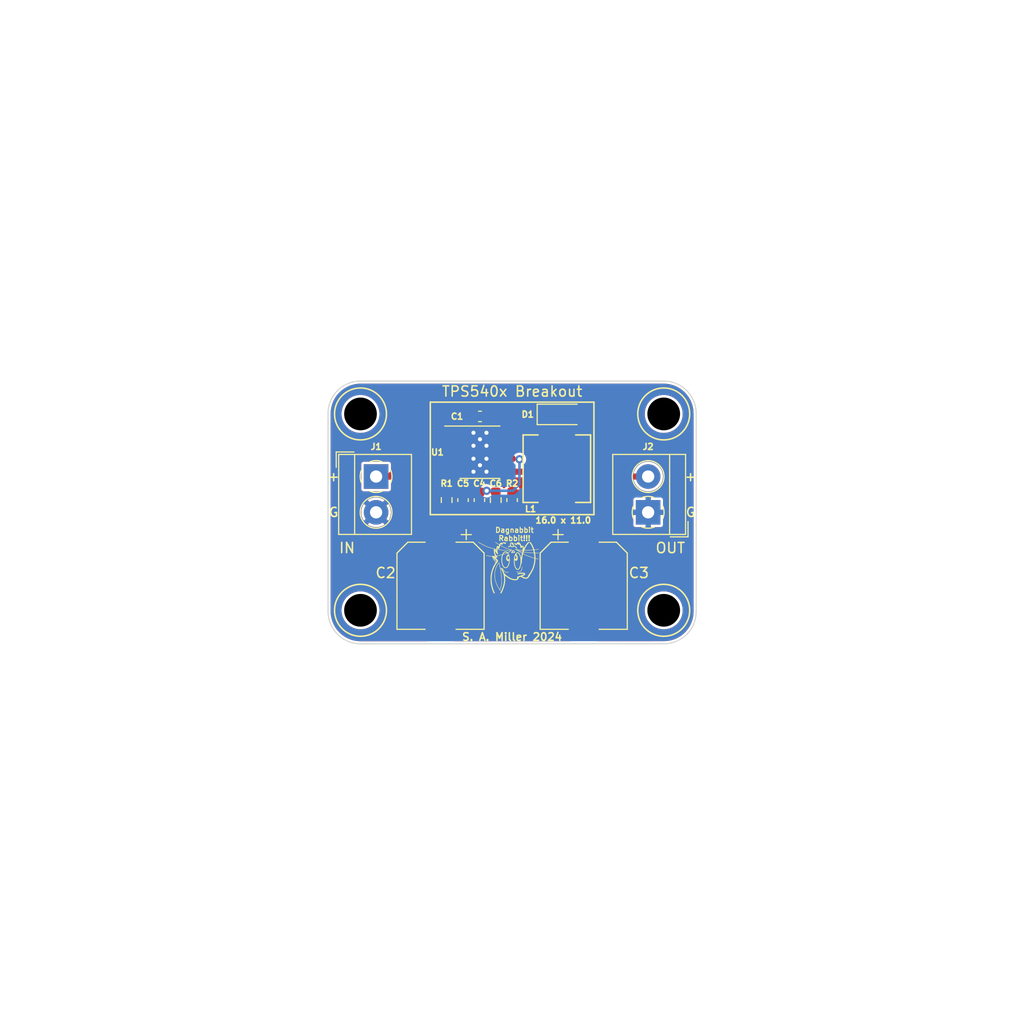
<source format=kicad_pcb>
(kicad_pcb (version 20211014) (generator pcbnew)
  (layers (0 "F.Cu" signal) (31 "B.Cu" signal) (34 "B.Paste" user) (35 "F.Paste" user) (36 "B.SilkS" user "B.Silkscreen") (37 "F.SilkS" user "F.Silkscreen") (38 "B.Mask" user) (39 "F.Mask" user) (44 "Edge.Cuts" user))
  (net 0 "")
  (net 1 "Net-(C1-Pad1)")
  (net 2 "Net-(C1-Pad2)")
  (net 3 "Vin")
  (net 4 "GND")
  (net 5 "Vout")
  (net 6 "Net-(C4-Pad1)")
  (net 7 "Net-(C5-Pad1)")
  (net 8 "Net-(C6-Pad1)")
  (net 9 "Net-(R1-Pad1)")
  (footprint "Diode_SMD:D_SOD-123" (layer "F.Cu") (at 104.7 90.445)
    (fp_text reference "D1" (at -3.175 0) (layer "F.SilkS") (effects (font (size 0.6 0.6))))
    (fp_text value "DSK24")
    (pad "1" smd rect (at -1.65 0) (size 0.9 1.2) (layers "F.Cu" "F.Paste" "F.Mask") (net 2 "Net-(C1-Pad2)"))
    (pad "2" smd rect (at 1.65 0) (size 0.9 1.2) (layers "F.Cu" "F.Paste" "F.Mask") (net 4 "GND"))
  )
  (footprint "TerminalBlock_4Ucon:TerminalBlock_4Ucon_1x02_P3.50mm_Horizontal" (layer "F.Cu") (at 113.3 100.02 90)
    (fp_text reference "J2" (at 6.42 0) (layer "F.SilkS") (effects (font (size 0.6 0.6))))
    (fp_text value "Output")
    (pad "1" thru_hole rect (at 0 0 90) (size 2.4 2.4) (drill 1.2) (layers *.Cu *.Mask) (net 4 "GND"))
    (pad "2" thru_hole circle (at 3.5 0 90) (size 2.4 2.4) (drill 1.2) (layers *.Cu *.Mask) (net 5 "Vout"))
  )
  (footprint "Tinker:Mount" (layer "F.Cu") (at 114.825 109.6)
    (fp_text reference "REF**" hide)
    (fp_text value "Mount" hide)
    (pad "" np_thru_hole circle (at 0 0) (size 3.2 3.2) (drill 3.2) (layers *.Mask))
  )
  (footprint "Capacitor_SMD:C_0603_1608Metric" (layer "F.Cu") (at 96.8567 90.645)
    (fp_text reference "C1" (at -2.2417 0) (layer "F.SilkS") (effects (font (size 0.6 0.6))))
    (fp_text value "0.1uF")
    (pad "1" smd roundrect (at -0.775 0) (size 0.9 0.95) (layers "F.Cu" "F.Paste" "F.Mask") (net 1 "Net-(C1-Pad1)"))
    (pad "2" smd roundrect (at 0.775 0) (size 0.9 0.95) (layers "F.Cu" "F.Paste" "F.Mask") (net 2 "Net-(C1-Pad2)"))
  )
  (footprint "Package_SO:SOIC-8_3.9x4.9mm_P1.27mm" (layer "F.Cu") (at 96.8567 94.145)
    (fp_text reference "U1" (at -4.1567 0) (layer "F.SilkS") (effects (font (size 0.6 0.6))))
    (fp_text value "TPS5403")
    (pad "1" smd roundrect (at -2.475 -1.905) (size 1.95 0.6) (layers "F.Cu" "F.Paste" "F.Mask") (net 1 "Net-(C1-Pad1)"))
    (pad "2" smd roundrect (at -2.475 -0.635) (size 1.95 0.6) (layers "F.Cu" "F.Paste" "F.Mask") (net 3 "Vin"))
    (pad "3" smd roundrect (at -2.475 0.635) (size 1.95 0.6) (layers "F.Cu" "F.Paste" "F.Mask") (net 9 "Net-(R1-Pad1)"))
    (pad "4" smd roundrect (at -2.475 1.905) (size 1.95 0.6) (layers "F.Cu" "F.Paste" "F.Mask") (net 7 "Net-(C5-Pad1)"))
    (pad "5" smd roundrect (at 2.475 1.905) (size 1.95 0.6) (layers "F.Cu" "F.Paste" "F.Mask") (net 5 "Vout"))
    (pad "6" smd roundrect (at 2.475 0.635) (size 1.95 0.6) (layers "F.Cu" "F.Paste" "F.Mask") (net 6 "Net-(C4-Pad1)"))
    (pad "7" smd roundrect (at 2.475 -0.635) (size 1.95 0.6) (layers "F.Cu" "F.Paste" "F.Mask") (net 4 "GND"))
    (pad "8" smd roundrect (at 2.475 -1.905) (size 1.95 0.6) (layers "F.Cu" "F.Paste" "F.Mask") (net 2 "Net-(C1-Pad2)"))
  )
  (footprint "Tinker:IND-SMD_L7.1-W6.6" (layer "F.Cu") (at 104.372882 95.753077 -90)
    (fp_text reference "L1" (at 3.941923 2.57) (layer "F.SilkS") (effects (font (size 0.6 0.6))))
    (fp_text value "L_Ferrite")
    (pad "1" smd rect (at -2.91 0 270) (size 2.15 3.32) (layers "F.Cu" "F.Paste" "F.Mask") (net 2 "Net-(C1-Pad2)"))
    (pad "2" smd rect (at 2.91 0 270) (size 2.15 3.32) (layers "F.Cu" "F.Paste" "F.Mask") (net 5 "Vout"))
  )
  (footprint "Tinker:Mount" (layer "F.Cu") (at 85.175 90.4)
    (fp_text reference "REF**" hide)
    (fp_text value "Mount" hide)
    (pad "" np_thru_hole circle (at 0 0) (size 3.2 3.2) (drill 3.2) (layers *.Mask))
  )
  (footprint "Capacitor_SMD:C_0603_1608Metric" (layer "F.Cu") (at 100 98.825 90)
    (fp_text reference "C6" (at 1.625 -1.6) (layer "F.SilkS") (effects (font (size 0.6 0.6))))
    (fp_text value "2.2nF")
    (pad "1" smd roundrect (at -0.775 0 90) (size 0.9 0.95) (layers "F.Cu" "F.Paste" "F.Mask") (net 8 "Net-(C6-Pad1)"))
    (pad "2" smd roundrect (at 0.775 0 90) (size 0.9 0.95) (layers "F.Cu" "F.Paste" "F.Mask") (net 4 "GND"))
  )
  (footprint "Resistor_SMD:R_0603_1608Metric" (layer "F.Cu") (at 98.4 98.825 -90)
    (fp_text reference "R2" (at -1.625 -1.6) (layer "F.SilkS") (effects (font (size 0.6 0.6))))
    (fp_text value "47K")
    (pad "1" smd roundrect (at -0.825 0 270) (size 0.8 0.95) (layers "F.Cu" "F.Paste" "F.Mask") (net 6 "Net-(C4-Pad1)"))
    (pad "2" smd roundrect (at 0.825 0 270) (size 0.8 0.95) (layers "F.Cu" "F.Paste" "F.Mask") (net 8 "Net-(C6-Pad1)"))
  )
  (footprint "Tinker:Mount" (layer "F.Cu") (at 85.175 109.6)
    (fp_text reference "REF**" hide)
    (fp_text value "Mount" hide)
    (pad "" np_thru_hole circle (at 0 0) (size 3.2 3.2) (drill 3.2) (layers *.Mask))
  )
  (footprint "Capacitor_SMD:CP_Elec_8x10" (layer "F.Cu") (at 107 107.2 -90)
    (fp_text reference "C3" (at -1.255 -5.395 180) (layer "F.SilkS"))
    (fp_text value "330uF")
    (pad "1" smd roundrect (at -3.25 0 270) (size 3.5 2.5) (layers "F.Cu" "F.Paste" "F.Mask") (roundrect_rratio 0.1) (net 5 "Vout"))
    (pad "2" smd roundrect (at 3.25 0 270) (size 3.5 2.5) (layers "F.Cu" "F.Paste" "F.Mask") (roundrect_rratio 0.1) (net 4 "GND"))
  )
  (footprint "Tinker:DagNabbit" (layer "F.Cu") (at 99.9 104.8 180)
    (fp_text reference "REF**" hide)
    (fp_text value "DagNabbit" hide)
    (fp_text user "Dagnabbit\nRabbit!!!" (at -0.331667 2.64) (layer "F.SilkS") (effects (font (size 0.5 0.5) (thickness 0.1))))
  )
  (footprint "Capacitor_SMD:C_0603_1608Metric" (layer "F.Cu") (at 96.8 98.825 -90)
    (fp_text reference "C4" (at -1.625 0) (layer "F.SilkS") (effects (font (size 0.6 0.6))))
    (fp_text value "100pF")
    (pad "1" smd roundrect (at -0.775 0 270) (size 0.9 0.95) (layers "F.Cu" "F.Paste" "F.Mask") (net 6 "Net-(C4-Pad1)"))
    (pad "2" smd roundrect (at 0.775 0 270) (size 0.9 0.95) (layers "F.Cu" "F.Paste" "F.Mask") (net 4 "GND"))
  )
  (footprint "Capacitor_SMD:CP_Elec_8x10" (layer "F.Cu") (at 93 107.2 -90)
    (fp_text reference "C2" (at -1.255 5.37 180) (layer "F.SilkS"))
    (fp_text value "330uF")
    (pad "1" smd roundrect (at -3.25 0 270) (size 3.5 2.5) (layers "F.Cu" "F.Paste" "F.Mask") (roundrect_rratio 0.1) (net 3 "Vin"))
    (pad "2" smd roundrect (at 3.25 0 270) (size 3.5 2.5) (layers "F.Cu" "F.Paste" "F.Mask") (roundrect_rratio 0.1) (net 4 "GND"))
  )
  (footprint "Resistor_SMD:R_0603_1608Metric" (layer "F.Cu") (at 93.6 98.825 -90)
    (fp_text reference "R1" (at -1.625 0) (layer "F.SilkS") (effects (font (size 0.6 0.6))))
    (fp_text value "100K")
    (pad "1" smd roundrect (at -0.825 0 270) (size 0.8 0.95) (layers "F.Cu" "F.Paste" "F.Mask") (net 9 "Net-(R1-Pad1)"))
    (pad "2" smd roundrect (at 0.825 0 270) (size 0.8 0.95) (layers "F.Cu" "F.Paste" "F.Mask") (net 4 "GND"))
  )
  (footprint "Capacitor_SMD:C_0603_1608Metric" (layer "F.Cu") (at 95.2 98.825 -90)
    (fp_text reference "C5" (at -1.625 0) (layer "F.SilkS") (effects (font (size 0.6 0.6))))
    (fp_text value "10nF")
    (pad "1" smd roundrect (at -0.775 0 270) (size 0.9 0.95) (layers "F.Cu" "F.Paste" "F.Mask") (net 7 "Net-(C5-Pad1)"))
    (pad "2" smd roundrect (at 0.775 0 270) (size 0.9 0.95) (layers "F.Cu" "F.Paste" "F.Mask") (net 4 "GND"))
  )
  (footprint "TerminalBlock_4Ucon:TerminalBlock_4Ucon_1x02_P3.50mm_Horizontal" (layer "F.Cu") (at 86.7 96.52 -90)
    (fp_text reference "J1" (at -2.92 0) (layer "F.SilkS") (effects (font (size 0.6 0.6))))
    (fp_text value "Input")
    (pad "1" thru_hole rect (at 0 0 270) (size 2.4 2.4) (drill 1.2) (layers *.Cu *.Mask) (net 3 "Vin"))
    (pad "2" thru_hole circle (at 3.5 0 270) (size 2.4 2.4) (drill 1.2) (layers *.Cu *.Mask) (net 4 "GND"))
  )
  (footprint "Tinker:Mount" (layer "F.Cu") (at 114.825 90.4)
    (fp_text reference "REF**" hide)
    (fp_text value "Mount" hide)
    (pad "" np_thru_hole circle (at 0 0) (size 3.2 3.2) (drill 3.2) (layers *.Mask))
  )
  (gr_line (start 108 100.245) (end 108 89.245) (layer "F.SilkS") (width 0.15))
  (gr_line (start 108 89.245) (end 92 89.245) (layer "F.SilkS") (width 0.15))
  (gr_line (start 92 89.245) (end 92 100.245) (layer "F.SilkS") (width 0.15))
  (gr_line (start 92 100.245) (end 108 100.245) (layer "F.SilkS") (width 0.15))
  (gr_line (start 118 109.6958) (end 118 90.36) (layer "Edge.Cuts") (width 0.1))
  (gr_line (start 85.175 112.879936) (end 114.825 112.8708) (layer "Edge.Cuts") (width 0.1))
  (gr_arc (start 85.175 112.879936) (mid 82.929936 111.95) (end 82 109.704936) (layer "Edge.Cuts") (width 0.1))
  (gr_line (start 82 90.36) (end 82 109.704936) (layer "Edge.Cuts") (width 0.1))
  (gr_arc (start 82 90.36) (mid 82.929936 88.114936) (end 85.175 87.185) (layer "Edge.Cuts") (width 0.1))
  (gr_arc (start 114.825 87.185) (mid 117.070064 88.114936) (end 118 90.36) (layer "Edge.Cuts") (width 0.1))
  (gr_line (start 114.825 87.185) (end 85.175 87.185) (layer "Edge.Cuts") (width 0.1))
  (gr_arc (start 118 109.6958) (mid 117.0792 111.95) (end 114.825 112.8708) (layer "Edge.Cuts") (width 0.1))
  (gr_text "TPS540x Breakout" (at 100 88.2) (layer "F.SilkS") (effects (font (size 1 1))))
  (gr_text "IN" (at 83 103.505) (layer "F.SilkS") (effects (font (size 1 1)) (justify left)))
  (gr_text "+" (at 117.45 96.52) (layer "F.SilkS") (effects (font (size 0.9 0.9))))
  (gr_text "16.0 x 11.0" (at 105 100.8) (layer "F.SilkS") (effects (font (size 0.6 0.6))))
  (gr_text "S. A. Miller 2024" (at 100 112.2) (layer "F.SilkS") (effects (font (size 0.75 0.75))))
  (gr_text "G" (at 117.45 100.02) (layer "F.SilkS") (effects (font (size 0.9 0.9))))
  (gr_text "+" (at 82.55 96.52) (layer "F.SilkS") (effects (font (size 0.9 0.9))))
  (gr_text "G" (at 82.55 100.02) (layer "F.SilkS") (effects (font (size 0.9 0.9))))
  (gr_text "OUT" (at 117 103.505) (layer "F.SilkS") (effects (font (size 1 1)) (justify right)))
  (segment (start 95.9942 90.6275) (end 94.3817 92.24) (width 0.25) (layer "F.Cu") (net 1))
  (segment (start 99.3317 92.24) (end 103.695 92.24) (width 0.6) (layer "F.Cu") (net 2))
  (segment (start 103.05 91.595) (end 103.05 90.445) (width 0.6) (layer "F.Cu") (net 2))
  (segment (start 103.695 92.24) (end 104.7 93.245) (width 0.6) (layer "F.Cu") (net 2))
  (segment (start 97.7192 90.6275) (end 99.3317 92.24) (width 0.25) (layer "F.Cu") (net 2))
  (segment (start 104.7 93.245) (end 103.05 91.595) (width 0.6) (layer "F.Cu") (net 2))
  (segment (start 93 103.95) (end 93 101.255) (width 0.6) (layer "F.Cu") (net 3))
  (segment (start 88.265 96.52) (end 86.7 96.52) (width 0.6) (layer "F.Cu") (net 3))
  (segment (start 90.36 94.17) (end 89.725 94.805) (width 0.6) (layer "F.Cu") (net 3))
  (segment (start 94.3817 93.51) (end 91.02 93.51) (width 0.6) (layer "F.Cu") (net 3))
  (segment (start 88.01 96.52) (end 89.725 94.805) (width 0.6) (layer "F.Cu") (net 3))
  (segment (start 91.02 93.51) (end 90.36 94.17) (width 0.6) (layer "F.Cu") (net 3))
  (segment (start 86.7 96.52) (end 88.01 96.52) (width 0.6) (layer "F.Cu") (net 3))
  (segment (start 93 101.255) (end 88.265 96.52) (width 0.6) (layer "F.Cu") (net 3))
  (via (at 96.2217 94.78) (size 0.8) (drill 0.4) (layers "F.Cu" "B.Cu") (net 4))
  (via (at 97.4917 93.51) (size 0.8) (drill 0.4) (layers "F.Cu" "B.Cu") (net 4))
  (via (at 96.2217 93.51) (size 0.8) (drill 0.4) (layers "F.Cu" "B.Cu") (net 4))
  (via (at 96.8567 92.875) (size 0.8) (drill 0.4) (layers "F.Cu" "B.Cu") (net 4))
  (via (at 96.2217 96.05) (size 0.8) (drill 0.4) (layers "F.Cu" "B.Cu") (net 4))
  (via (at 97.4917 96.05) (size 0.8) (drill 0.4) (layers "F.Cu" "B.Cu") (net 4))
  (via (at 96.8567 95.415) (size 0.8) (drill 0.4) (layers "F.Cu" "B.Cu") (net 4))
  (via (at 96.2217 92.24) (size 0.8) (drill 0.4) (layers "F.Cu" "B.Cu") (net 4))
  (via (at 97.4917 94.78) (size 0.8) (drill 0.4) (layers "F.Cu" "B.Cu") (net 4))
  (via (at 97.4917 92.24) (size 0.8) (drill 0.4) (layers "F.Cu" "B.Cu") (net 4))
  (segment (start 104.6 98.245) (end 104.7 98.245) (width 0.6) (layer "F.Cu") (net 5))
  (segment (start 106.425 96.52) (end 104.7 98.245) (width 0.6) (layer "F.Cu") (net 5))
  (segment (start 113.3 96.52) (end 106.425 96.52) (width 0.6) (layer "F.Cu") (net 5))
  (segment (start 99.3317 96.05) (end 102.405 96.05) (width 0.6) (layer "F.Cu") (net 5))
  (segment (start 106.71375 100.25875) (end 106.0975 99.6425) (width 0.6) (layer "F.Cu") (net 5))
  (segment (start 102.405 96.05) (end 104.6 98.245) (width 0.6) (layer "F.Cu") (net 5))
  (segment (start 107 100.545) (end 106.0975 99.6425) (width 0.6) (layer "F.Cu") (net 5))
  (segment (start 106.0975 99.6425) (end 104.7 98.245) (width 0.6) (layer "F.Cu") (net 5))
  (segment (start 107 103.95) (end 107 100.545) (width 0.6) (layer "F.Cu") (net 5))
  (segment (start 96.85 98) (end 96.8 98.05) (width 0.25) (layer "F.Cu") (net 6))
  (segment (start 98.4 98) (end 96.85 98) (width 0.25) (layer "F.Cu") (net 6))
  (segment (start 100.6667 94.78) (end 100.72085 94.83415) (width 0.25) (layer "F.Cu") (net 6))
  (segment (start 99.3317 94.78) (end 100.6667 94.78) (width 0.25) (layer "F.Cu") (net 6))
  (via (at 100.72085 94.83415) (size 0.8) (drill 0.4) (layers "F.Cu" "B.Cu") (net 6))
  (via (at 97.5125 97.9125) (size 0.8) (drill 0.4) (layers "F.Cu" "B.Cu") (net 6))
  (segment (start 97.5125 97.9125) (end 100.0825 97.9125) (width 0.25) (layer "B.Cu") (net 6))
  (segment (start 100.0825 97.9125) (end 100.72085 97.27415) (width 0.25) (layer "B.Cu") (net 6))
  (segment (start 100.72085 97.27415) (end 100.72085 94.83415) (width 0.25) (layer "B.Cu") (net 6))
  (segment (start 95.2 98.05) (end 95.2 96.8683) (width 0.25) (layer "F.Cu") (net 7))
  (segment (start 95.2 96.8683) (end 94.3817 96.05) (width 0.25) (layer "F.Cu") (net 7))
  (segment (start 100 99.5875) (end 98.45 99.5875) (width 0.25) (layer "F.Cu") (net 8))
  (segment (start 92.92 98) (end 92.71 97.79) (width 0.25) (layer "F.Cu") (net 9))
  (segment (start 92.71 97.79) (end 92.71 95.1167) (width 0.25) (layer "F.Cu") (net 9))
  (segment (start 93.0467 94.78) (end 94.3817 94.78) (width 0.25) (layer "F.Cu") (net 9))
  (segment (start 92.92 98) (end 93.6 98) (width 0.25) (layer "F.Cu") (net 9))
  (segment (start 92.71 95.1167) (end 93.0467 94.78) (width 0.25) (layer "F.Cu") (net 9))
  (zone (net 4) (net_name "GND") (layer "F.Cu") (connect_pads (clearance 0.254)) (min_thickness 0.254) (fill yes (thermal_gap 0.254) (thermal_bridge_width 0.508))
    (polygon (pts (xy 118.4467 113.22) (xy 81.6167 113.22) (xy 81.6167 86.55) (xy 118.4467 86.55)))
  )
  (zone (net 4) (net_name "GND") (layer "B.Cu") (connect_pads (clearance 0.254)) (min_thickness 0.254) (fill yes (thermal_gap 0.254) (thermal_bridge_width 0.508))
    (polygon (pts (xy 118.4467 113.22) (xy 81.6167 113.22) (xy 81.6167 86.55) (xy 118.4467 86.55)))
  )
)
</source>
